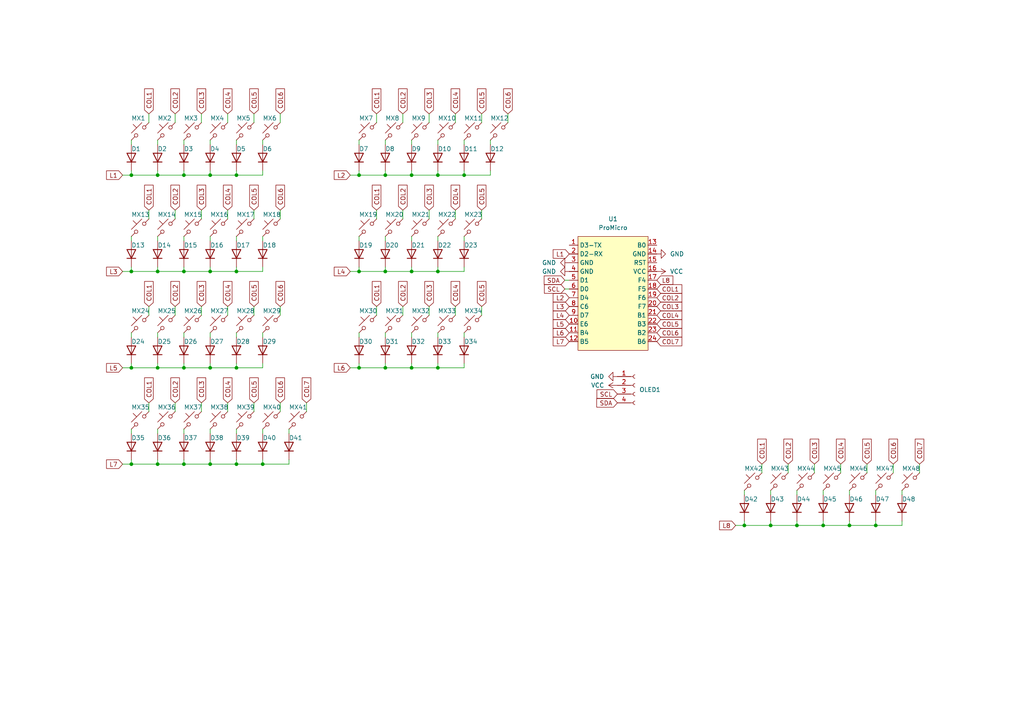
<source format=kicad_sch>
(kicad_sch (version 20230121) (generator eeschema)
  (paper "A4")
  (junction (at 60.96 106.68))
  (junction (at 60.96 50.8))
  (junction (at 53.34 78.74))
  (junction (at 238.76 152.4))
  (junction (at 76.2 134.62))
  (junction (at 119.38 106.68))
  (junction (at 45.72 78.74))
  (junction (at 45.72 106.68))
  (junction (at 68.58 50.8))
  (junction (at 127 50.8))
  (junction (at 45.72 134.62))
  (junction (at 60.96 78.74))
  (junction (at 223.52 152.4))
  (junction (at 38.1 106.68))
  (junction (at 111.76 78.74))
  (junction (at 60.96 134.62))
  (junction (at 134.62 50.8))
  (junction (at 127 106.68))
  (junction (at 111.76 106.68))
  (junction (at 119.38 78.74))
  (junction (at 254 152.4))
  (junction (at 53.34 50.8))
  (junction (at 45.72 50.8))
  (junction (at 38.1 78.74))
  (junction (at 246.38 152.4))
  (junction (at 53.34 134.62))
  (junction (at 231.14 152.4))
  (junction (at 215.9 152.4))
  (junction (at 104.14 106.68))
  (junction (at 104.14 78.74))
  (junction (at 127 78.74))
  (junction (at 68.58 134.62))
  (junction (at 53.34 106.68))
  (junction (at 119.38 50.8))
  (junction (at 38.1 134.62))
  (junction (at 111.76 50.8))
  (junction (at 68.58 78.74))
  (junction (at 104.14 50.8))
  (junction (at 68.58 106.68))
  (junction (at 38.1 50.8))
  (wire (pts (xy 58.42 116.84) (xy 58.42 119.38)))
  (wire (pts (xy 88.9 116.84) (xy 88.9 119.38)))
  (wire (pts (xy 251.46 134.62) (xy 251.46 137.16)))
  (wire (pts (xy 68.58 50.8) (xy 76.2 50.8)))
  (wire (pts (xy 81.28 116.84) (xy 81.28 119.38)))
  (wire (pts (xy 109.22 60.96) (xy 109.22 63.5)))
  (wire (pts (xy 215.9 142.24) (xy 215.9 143.51)))
  (wire (pts (xy 119.38 96.52) (xy 119.38 97.79)))
  (wire (pts (xy 259.08 134.62) (xy 259.08 137.16)))
  (wire (pts (xy 38.1 106.68) (xy 45.72 106.68)))
  (wire (pts (xy 238.76 142.24) (xy 238.76 143.51)))
  (wire (pts (xy 223.52 142.24) (xy 223.52 143.51)))
  (wire (pts (xy 104.14 96.52) (xy 104.14 97.79)))
  (wire (pts (xy 238.76 151.13) (xy 238.76 152.4)))
  (wire (pts (xy 53.34 133.35) (xy 53.34 134.62)))
  (wire (pts (xy 134.62 50.8) (xy 142.24 50.8)))
  (wire (pts (xy 76.2 77.47) (xy 76.2 78.74)))
  (wire (pts (xy 53.34 105.41) (xy 53.34 106.68)))
  (wire (pts (xy 111.76 50.8) (xy 119.38 50.8)))
  (wire (pts (xy 223.52 151.13) (xy 223.52 152.4)))
  (wire (pts (xy 68.58 106.68) (xy 76.2 106.68)))
  (wire (pts (xy 111.76 96.52) (xy 111.76 97.79)))
  (wire (pts (xy 119.38 106.68) (xy 127 106.68)))
  (wire (pts (xy 127 96.52) (xy 127 97.79)))
  (wire (pts (xy 127 106.68) (xy 134.62 106.68)))
  (wire (pts (xy 238.76 152.4) (xy 246.38 152.4)))
  (wire (pts (xy 66.04 88.9) (xy 66.04 91.44)))
  (wire (pts (xy 104.14 68.58) (xy 104.14 69.85)))
  (wire (pts (xy 53.34 49.53) (xy 53.34 50.8)))
  (wire (pts (xy 134.62 49.53) (xy 134.62 50.8)))
  (wire (pts (xy 127 78.74) (xy 134.62 78.74)))
  (wire (pts (xy 83.82 133.35) (xy 83.82 134.62)))
  (wire (pts (xy 53.34 77.47) (xy 53.34 78.74)))
  (wire (pts (xy 127 50.8) (xy 134.62 50.8)))
  (wire (pts (xy 50.8 33.02) (xy 50.8 35.56)))
  (wire (pts (xy 215.9 151.13) (xy 215.9 152.4)))
  (wire (pts (xy 60.96 105.41) (xy 60.96 106.68)))
  (wire (pts (xy 53.34 68.58) (xy 53.34 69.85)))
  (wire (pts (xy 60.96 77.47) (xy 60.96 78.74)))
  (wire (pts (xy 38.1 68.58) (xy 38.1 69.85)))
  (wire (pts (xy 68.58 134.62) (xy 76.2 134.62)))
  (wire (pts (xy 60.96 40.64) (xy 60.96 41.91)))
  (wire (pts (xy 53.34 124.46) (xy 53.34 125.73)))
  (wire (pts (xy 60.96 96.52) (xy 60.96 97.79)))
  (wire (pts (xy 50.8 60.96) (xy 50.8 63.5)))
  (wire (pts (xy 127 77.47) (xy 127 78.74)))
  (wire (pts (xy 254 142.24) (xy 254 143.51)))
  (wire (pts (xy 35.56 134.62) (xy 38.1 134.62)))
  (wire (pts (xy 43.18 33.02) (xy 43.18 35.56)))
  (wire (pts (xy 68.58 49.53) (xy 68.58 50.8)))
  (wire (pts (xy 119.38 77.47) (xy 119.38 78.74)))
  (wire (pts (xy 142.24 49.53) (xy 142.24 50.8)))
  (wire (pts (xy 246.38 152.4) (xy 254 152.4)))
  (wire (pts (xy 81.28 33.02) (xy 81.28 35.56)))
  (wire (pts (xy 76.2 68.58) (xy 76.2 69.85)))
  (wire (pts (xy 38.1 49.53) (xy 38.1 50.8)))
  (wire (pts (xy 38.1 124.46) (xy 38.1 125.73)))
  (wire (pts (xy 104.14 106.68) (xy 111.76 106.68)))
  (wire (pts (xy 45.72 50.8) (xy 53.34 50.8)))
  (wire (pts (xy 246.38 142.24) (xy 246.38 143.51)))
  (wire (pts (xy 53.34 40.64) (xy 53.34 41.91)))
  (wire (pts (xy 119.38 105.41) (xy 119.38 106.68)))
  (wire (pts (xy 53.34 106.68) (xy 60.96 106.68)))
  (wire (pts (xy 35.56 50.8) (xy 38.1 50.8)))
  (wire (pts (xy 254 152.4) (xy 261.62 152.4)))
  (wire (pts (xy 124.46 33.02) (xy 124.46 35.56)))
  (wire (pts (xy 38.1 96.52) (xy 38.1 97.79)))
  (wire (pts (xy 119.38 68.58) (xy 119.38 69.85)))
  (wire (pts (xy 60.96 124.46) (xy 60.96 125.73)))
  (wire (pts (xy 254 151.13) (xy 254 152.4)))
  (wire (pts (xy 111.76 78.74) (xy 119.38 78.74)))
  (wire (pts (xy 38.1 50.8) (xy 45.72 50.8)))
  (wire (pts (xy 119.38 40.64) (xy 119.38 41.91)))
  (wire (pts (xy 35.56 78.74) (xy 38.1 78.74)))
  (wire (pts (xy 139.7 60.96) (xy 139.7 63.5)))
  (wire (pts (xy 43.18 116.84) (xy 43.18 119.38)))
  (wire (pts (xy 66.04 116.84) (xy 66.04 119.38)))
  (wire (pts (xy 223.52 152.4) (xy 231.14 152.4)))
  (wire (pts (xy 101.6 78.74) (xy 104.14 78.74)))
  (wire (pts (xy 127 68.58) (xy 127 69.85)))
  (wire (pts (xy 104.14 49.53) (xy 104.14 50.8)))
  (wire (pts (xy 45.72 68.58) (xy 45.72 69.85)))
  (wire (pts (xy 43.18 88.9) (xy 43.18 91.44)))
  (wire (pts (xy 163.83 81.28) (xy 165.1 81.28)))
  (wire (pts (xy 127 105.41) (xy 127 106.68)))
  (wire (pts (xy 142.24 40.64) (xy 142.24 41.91)))
  (wire (pts (xy 111.76 105.41) (xy 111.76 106.68)))
  (wire (pts (xy 132.08 88.9) (xy 132.08 91.44)))
  (wire (pts (xy 58.42 88.9) (xy 58.42 91.44)))
  (wire (pts (xy 50.8 116.84) (xy 50.8 119.38)))
  (wire (pts (xy 45.72 40.64) (xy 45.72 41.91)))
  (wire (pts (xy 228.6 134.62) (xy 228.6 137.16)))
  (wire (pts (xy 104.14 40.64) (xy 104.14 41.91)))
  (wire (pts (xy 60.96 133.35) (xy 60.96 134.62)))
  (wire (pts (xy 38.1 40.64) (xy 38.1 41.91)))
  (wire (pts (xy 68.58 96.52) (xy 68.58 97.79)))
  (wire (pts (xy 68.58 68.58) (xy 68.58 69.85)))
  (wire (pts (xy 111.76 49.53) (xy 111.76 50.8)))
  (wire (pts (xy 124.46 88.9) (xy 124.46 91.44)))
  (wire (pts (xy 132.08 33.02) (xy 132.08 35.56)))
  (wire (pts (xy 127 49.53) (xy 127 50.8)))
  (wire (pts (xy 43.18 60.96) (xy 43.18 63.5)))
  (wire (pts (xy 119.38 50.8) (xy 127 50.8)))
  (wire (pts (xy 104.14 78.74) (xy 111.76 78.74)))
  (wire (pts (xy 236.22 134.62) (xy 236.22 137.16)))
  (wire (pts (xy 139.7 33.02) (xy 139.7 35.56)))
  (wire (pts (xy 50.8 88.9) (xy 50.8 91.44)))
  (wire (pts (xy 109.22 88.9) (xy 109.22 91.44)))
  (wire (pts (xy 243.84 134.62) (xy 243.84 137.16)))
  (wire (pts (xy 111.76 68.58) (xy 111.76 69.85)))
  (wire (pts (xy 134.62 105.41) (xy 134.62 106.68)))
  (wire (pts (xy 68.58 133.35) (xy 68.58 134.62)))
  (wire (pts (xy 73.66 60.96) (xy 73.66 63.5)))
  (wire (pts (xy 246.38 151.13) (xy 246.38 152.4)))
  (wire (pts (xy 66.04 33.02) (xy 66.04 35.56)))
  (wire (pts (xy 73.66 88.9) (xy 73.66 91.44)))
  (wire (pts (xy 134.62 68.58) (xy 134.62 69.85)))
  (wire (pts (xy 60.96 134.62) (xy 68.58 134.62)))
  (wire (pts (xy 231.14 142.24) (xy 231.14 143.51)))
  (wire (pts (xy 60.96 49.53) (xy 60.96 50.8)))
  (wire (pts (xy 58.42 33.02) (xy 58.42 35.56)))
  (wire (pts (xy 215.9 152.4) (xy 223.52 152.4)))
  (wire (pts (xy 134.62 40.64) (xy 134.62 41.91)))
  (wire (pts (xy 68.58 40.64) (xy 68.58 41.91)))
  (wire (pts (xy 261.62 151.13) (xy 261.62 152.4)))
  (wire (pts (xy 60.96 106.68) (xy 68.58 106.68)))
  (wire (pts (xy 111.76 106.68) (xy 119.38 106.68)))
  (wire (pts (xy 213.36 152.4) (xy 215.9 152.4)))
  (wire (pts (xy 127 40.64) (xy 127 41.91)))
  (wire (pts (xy 68.58 77.47) (xy 68.58 78.74)))
  (wire (pts (xy 45.72 49.53) (xy 45.72 50.8)))
  (wire (pts (xy 116.84 60.96) (xy 116.84 63.5)))
  (wire (pts (xy 68.58 105.41) (xy 68.58 106.68)))
  (wire (pts (xy 76.2 40.64) (xy 76.2 41.91)))
  (wire (pts (xy 53.34 96.52) (xy 53.34 97.79)))
  (wire (pts (xy 134.62 96.52) (xy 134.62 97.79)))
  (wire (pts (xy 60.96 50.8) (xy 68.58 50.8)))
  (wire (pts (xy 104.14 50.8) (xy 111.76 50.8)))
  (wire (pts (xy 76.2 133.35) (xy 76.2 134.62)))
  (wire (pts (xy 53.34 78.74) (xy 60.96 78.74)))
  (wire (pts (xy 83.82 124.46) (xy 83.82 125.73)))
  (wire (pts (xy 111.76 77.47) (xy 111.76 78.74)))
  (wire (pts (xy 76.2 124.46) (xy 76.2 125.73)))
  (wire (pts (xy 119.38 78.74) (xy 127 78.74)))
  (wire (pts (xy 266.7 134.62) (xy 266.7 137.16)))
  (wire (pts (xy 111.76 40.64) (xy 111.76 41.91)))
  (wire (pts (xy 45.72 96.52) (xy 45.72 97.79)))
  (wire (pts (xy 45.72 77.47) (xy 45.72 78.74)))
  (wire (pts (xy 45.72 124.46) (xy 45.72 125.73)))
  (wire (pts (xy 134.62 77.47) (xy 134.62 78.74)))
  (wire (pts (xy 38.1 78.74) (xy 45.72 78.74)))
  (wire (pts (xy 116.84 33.02) (xy 116.84 35.56)))
  (wire (pts (xy 124.46 60.96) (xy 124.46 63.5)))
  (wire (pts (xy 76.2 49.53) (xy 76.2 50.8)))
  (wire (pts (xy 139.7 88.9) (xy 139.7 91.44)))
  (wire (pts (xy 45.72 78.74) (xy 53.34 78.74)))
  (wire (pts (xy 104.14 105.41) (xy 104.14 106.68)))
  (wire (pts (xy 60.96 78.74) (xy 68.58 78.74)))
  (wire (pts (xy 116.84 88.9) (xy 116.84 91.44)))
  (wire (pts (xy 109.22 33.02) (xy 109.22 35.56)))
  (wire (pts (xy 147.32 33.02) (xy 147.32 35.56)))
  (wire (pts (xy 76.2 105.41) (xy 76.2 106.68)))
  (wire (pts (xy 38.1 133.35) (xy 38.1 134.62)))
  (wire (pts (xy 45.72 105.41) (xy 45.72 106.68)))
  (wire (pts (xy 45.72 133.35) (xy 45.72 134.62)))
  (wire (pts (xy 73.66 33.02) (xy 73.66 35.56)))
  (wire (pts (xy 261.62 142.24) (xy 261.62 143.51)))
  (wire (pts (xy 101.6 50.8) (xy 104.14 50.8)))
  (wire (pts (xy 119.38 49.53) (xy 119.38 50.8)))
  (wire (pts (xy 38.1 77.47) (xy 38.1 78.74)))
  (wire (pts (xy 60.96 68.58) (xy 60.96 69.85)))
  (wire (pts (xy 68.58 78.74) (xy 76.2 78.74)))
  (wire (pts (xy 45.72 134.62) (xy 53.34 134.62)))
  (wire (pts (xy 104.14 77.47) (xy 104.14 78.74)))
  (wire (pts (xy 58.42 60.96) (xy 58.42 63.5)))
  (wire (pts (xy 132.08 60.96) (xy 132.08 63.5)))
  (wire (pts (xy 220.98 134.62) (xy 220.98 137.16)))
  (wire (pts (xy 66.04 60.96) (xy 66.04 63.5)))
  (wire (pts (xy 101.6 106.68) (xy 104.14 106.68)))
  (wire (pts (xy 53.34 134.62) (xy 60.96 134.62)))
  (wire (pts (xy 231.14 151.13) (xy 231.14 152.4)))
  (wire (pts (xy 163.83 83.82) (xy 165.1 83.82)))
  (wire (pts (xy 38.1 134.62) (xy 45.72 134.62)))
  (wire (pts (xy 76.2 96.52) (xy 76.2 97.79)))
  (wire (pts (xy 81.28 60.96) (xy 81.28 63.5)))
  (wire (pts (xy 76.2 134.62) (xy 83.82 134.62)))
  (wire (pts (xy 45.72 106.68) (xy 53.34 106.68)))
  (wire (pts (xy 81.28 88.9) (xy 81.28 91.44)))
  (wire (pts (xy 38.1 105.41) (xy 38.1 106.68)))
  (wire (pts (xy 68.58 124.46) (xy 68.58 125.73)))
  (wire (pts (xy 53.34 50.8) (xy 60.96 50.8)))
  (wire (pts (xy 73.66 116.84) (xy 73.66 119.38)))
  (wire (pts (xy 35.56 106.68) (xy 38.1 106.68)))
  (wire (pts (xy 231.14 152.4) (xy 238.76 152.4)))
  (global_label "COL1" (shape input) (at 109.22 33.02 90) (property "Intersheetrefs" "${INTERSHEET_REFS}" (effects hide)))
  (global_label "COL2" (shape input) (at 116.84 88.9 90) (property "Intersheetrefs" "${INTERSHEET_REFS}" (effects hide)))
  (global_label "COL5" (shape input) (at 139.7 33.02 90) (property "Intersheetrefs" "${INTERSHEET_REFS}" (effects hide)))
  (global_label "L2" (shape input) (at 165.1 86.36 180) (property "Intersheetrefs" "${INTERSHEET_REFS}" (effects hide)))
  (global_label "COL1" (shape input) (at 43.18 33.02 90) (property "Intersheetrefs" "${INTERSHEET_REFS}" (effects hide)))
  (global_label "L5" (shape input) (at 35.56 106.68 180) (property "Intersheetrefs" "${INTERSHEET_REFS}" (effects hide)))
  (global_label "COL6" (shape input) (at 259.08 134.62 90) (property "Intersheetrefs" "${INTERSHEET_REFS}" (effects hide)))
  (global_label "L6" (shape input) (at 101.6 106.68 180) (property "Intersheetrefs" "${INTERSHEET_REFS}" (effects hide)))
  (global_label "COL6" (shape input) (at 81.28 60.96 90) (property "Intersheetrefs" "${INTERSHEET_REFS}" (effects hide)))
  (global_label "COL4" (shape input) (at 66.04 88.9 90) (property "Intersheetrefs" "${INTERSHEET_REFS}" (effects hide)))
  (global_label "COL1" (shape input) (at 190.5 83.82 0) (property "Intersheetrefs" "${INTERSHEET_REFS}" (effects hide)))
  (global_label "COL6" (shape input) (at 147.32 33.02 90) (property "Intersheetrefs" "${INTERSHEET_REFS}" (effects hide)))
  (global_label "COL4" (shape input) (at 132.08 60.96 90) (property "Intersheetrefs" "${INTERSHEET_REFS}" (effects hide)))
  (global_label "SDA" (shape input) (at 163.83 81.28 180) (property "Intersheetrefs" "${INTERSHEET_REFS}" (effects hide)))
  (global_label "L4" (shape input) (at 101.6 78.74 180) (property "Intersheetrefs" "${INTERSHEET_REFS}" (effects hide)))
  (global_label "COL1" (shape input) (at 109.22 60.96 90) (property "Intersheetrefs" "${INTERSHEET_REFS}" (effects hide)))
  (global_label "COL3" (shape input) (at 124.46 60.96 90) (property "Intersheetrefs" "${INTERSHEET_REFS}" (effects hide)))
  (global_label "COL3" (shape input) (at 124.46 33.02 90) (property "Intersheetrefs" "${INTERSHEET_REFS}" (effects hide)))
  (global_label "L8" (shape input) (at 213.36 152.4 180) (property "Intersheetrefs" "${INTERSHEET_REFS}" (effects hide)))
  (global_label "COL2" (shape input) (at 116.84 33.02 90) (property "Intersheetrefs" "${INTERSHEET_REFS}" (effects hide)))
  (global_label "COL4" (shape input) (at 66.04 116.84 90) (property "Intersheetrefs" "${INTERSHEET_REFS}" (effects hide)))
  (global_label "COL4" (shape input) (at 132.08 88.9 90) (property "Intersheetrefs" "${INTERSHEET_REFS}" (effects hide)))
  (global_label "COL1" (shape input) (at 109.22 88.9 90) (property "Intersheetrefs" "${INTERSHEET_REFS}" (effects hide)))
  (global_label "L4" (shape input) (at 165.1 91.44 180) (property "Intersheetrefs" "${INTERSHEET_REFS}" (effects hide)))
  (global_label "COL6" (shape input) (at 81.28 88.9 90) (property "Intersheetrefs" "${INTERSHEET_REFS}" (effects hide)))
  (global_label "COL4" (shape input) (at 66.04 60.96 90) (property "Intersheetrefs" "${INTERSHEET_REFS}" (effects hide)))
  (global_label "COL1" (shape input) (at 43.18 60.96 90) (property "Intersheetrefs" "${INTERSHEET_REFS}" (effects hide)))
  (global_label "COL2" (shape input) (at 228.6 134.62 90) (property "Intersheetrefs" "${INTERSHEET_REFS}" (effects hide)))
  (global_label "COL7" (shape input) (at 190.5 99.06 0) (property "Intersheetrefs" "${INTERSHEET_REFS}" (effects hide)))
  (global_label "COL4" (shape input) (at 132.08 33.02 90) (property "Intersheetrefs" "${INTERSHEET_REFS}" (effects hide)))
  (global_label "COL5" (shape input) (at 73.66 116.84 90) (property "Intersheetrefs" "${INTERSHEET_REFS}" (effects hide)))
  (global_label "COL6" (shape input) (at 81.28 116.84 90) (property "Intersheetrefs" "${INTERSHEET_REFS}" (effects hide)))
  (global_label "COL5" (shape input) (at 139.7 88.9 90) (property "Intersheetrefs" "${INTERSHEET_REFS}" (effects hide)))
  (global_label "COL3" (shape input) (at 58.42 88.9 90) (property "Intersheetrefs" "${INTERSHEET_REFS}" (effects hide)))
  (global_label "COL1" (shape input) (at 220.98 134.62 90) (property "Intersheetrefs" "${INTERSHEET_REFS}" (effects hide)))
  (global_label "SDA" (shape input) (at 179.07 116.84 180) (property "Intersheetrefs" "${INTERSHEET_REFS}" (effects hide)))
  (global_label "COL6" (shape input) (at 190.5 96.52 0) (property "Intersheetrefs" "${INTERSHEET_REFS}" (effects hide)))
  (global_label "COL7" (shape input) (at 266.7 134.62 90) (property "Intersheetrefs" "${INTERSHEET_REFS}" (effects hide)))
  (global_label "COL7" (shape input) (at 88.9 116.84 90) (property "Intersheetrefs" "${INTERSHEET_REFS}" (effects hide)))
  (global_label "COL5" (shape input) (at 139.7 60.96 90) (property "Intersheetrefs" "${INTERSHEET_REFS}" (effects hide)))
  (global_label "COL5" (shape input) (at 190.5 93.98 0) (property "Intersheetrefs" "${INTERSHEET_REFS}" (effects hide)))
  (global_label "L6" (shape input) (at 165.1 96.52 180) (property "Intersheetrefs" "${INTERSHEET_REFS}" (effects hide)))
  (global_label "L3" (shape input) (at 35.56 78.74 180) (property "Intersheetrefs" "${INTERSHEET_REFS}" (effects hide)))
  (global_label "COL3" (shape input) (at 58.42 33.02 90) (property "Intersheetrefs" "${INTERSHEET_REFS}" (effects hide)))
  (global_label "COL2" (shape input) (at 50.8 88.9 90) (property "Intersheetrefs" "${INTERSHEET_REFS}" (effects hide)))
  (global_label "COL5" (shape input) (at 251.46 134.62 90) (property "Intersheetrefs" "${INTERSHEET_REFS}" (effects hide)))
  (global_label "L5" (shape input) (at 165.1 93.98 180) (property "Intersheetrefs" "${INTERSHEET_REFS}" (effects hide)))
  (global_label "COL1" (shape input) (at 43.18 116.84 90) (property "Intersheetrefs" "${INTERSHEET_REFS}" (effects hide)))
  (global_label "L7" (shape input) (at 35.56 134.62 180) (property "Intersheetrefs" "${INTERSHEET_REFS}" (effects hide)))
  (global_label "COL2" (shape input) (at 190.5 86.36 0) (property "Intersheetrefs" "${INTERSHEET_REFS}" (effects hide)))
  (global_label "COL2" (shape input) (at 50.8 116.84 90) (property "Intersheetrefs" "${INTERSHEET_REFS}" (effects hide)))
  (global_label "COL4" (shape input) (at 66.04 33.02 90) (property "Intersheetrefs" "${INTERSHEET_REFS}" (effects hide)))
  (global_label "L3" (shape input) (at 165.1 88.9 180) (property "Intersheetrefs" "${INTERSHEET_REFS}" (effects hide)))
  (global_label "COL3" (shape input) (at 58.42 60.96 90) (property "Intersheetrefs" "${INTERSHEET_REFS}" (effects hide)))
  (global_label "COL3" (shape input) (at 58.42 116.84 90) (property "Intersheetrefs" "${INTERSHEET_REFS}" (effects hide)))
  (global_label "L2" (shape input) (at 101.6 50.8 180) (property "Intersheetrefs" "${INTERSHEET_REFS}" (effects hide)))
  (global_label "COL5" (shape input) (at 73.66 60.96 90) (property "Intersheetrefs" "${INTERSHEET_REFS}" (effects hide)))
  (global_label "COL2" (shape input) (at 116.84 60.96 90) (property "Intersheetrefs" "${INTERSHEET_REFS}" (effects hide)))
  (global_label "SCL" (shape input) (at 179.07 114.3 180) (property "Intersheetrefs" "${INTERSHEET_REFS}" (effects hide)))
  (global_label "COL3" (shape input) (at 190.5 88.9 0) (property "Intersheetrefs" "${INTERSHEET_REFS}" (effects hide)))
  (global_label "L7" (shape input) (at 165.1 99.06 180) (property "Intersheetrefs" "${INTERSHEET_REFS}" (effects hide)))
  (global_label "COL3" (shape input) (at 236.22 134.62 90) (property "Intersheetrefs" "${INTERSHEET_REFS}" (effects hide)))
  (global_label "COL5" (shape input) (at 73.66 88.9 90) (property "Intersheetrefs" "${INTERSHEET_REFS}" (effects hide)))
  (global_label "COL2" (shape input) (at 50.8 60.96 90) (property "Intersheetrefs" "${INTERSHEET_REFS}" (effects hide)))
  (global_label "SCL" (shape input) (at 163.83 83.82 180) (property "Intersheetrefs" "${INTERSHEET_REFS}" (effects hide)))
  (global_label "L1" (shape input) (at 35.56 50.8 180) (property "Intersheetrefs" "${INTERSHEET_REFS}" (effects hide)))
  (global_label "COL1" (shape input) (at 43.18 88.9 90) (property "Intersheetrefs" "${INTERSHEET_REFS}" (effects hide)))
  (global_label "L8" (shape input) (at 190.5 81.28 0) (property "Intersheetrefs" "${INTERSHEET_REFS}" (effects hide)))
  (global_label "COL2" (shape input) (at 50.8 33.02 90) (property "Intersheetrefs" "${INTERSHEET_REFS}" (effects hide)))
  (global_label "L1" (shape input) (at 165.1 73.66 180) (property "Intersheetrefs" "${INTERSHEET_REFS}" (effects hide)))
  (global_label "COL6" (shape input) (at 81.28 33.02 90) (property "Intersheetrefs" "${INTERSHEET_REFS}" (effects hide)))
  (global_label "COL4" (shape input) (at 243.84 134.62 90) (property "Intersheetrefs" "${INTERSHEET_REFS}" (effects hide)))
  (global_label "COL3" (shape input) (at 124.46 88.9 90) (property "Intersheetrefs" "${INTERSHEET_REFS}" (effects hide)))
  (global_label "COL5" (shape input) (at 73.66 33.02 90) (property "Intersheetrefs" "${INTERSHEET_REFS}" (effects hide)))
  (global_label "COL4" (shape input) (at 190.5 91.44 0) (property "Intersheetrefs" "${INTERSHEET_REFS}" (effects hide)))
  (symbol (lib_id "PCM_marbastlib-mx:MX_SW_solder") (at 114.3 66.04 90) (unit 1)
    (property "Reference" "MX20" (at 111.76 62.23 90) (effects (justify right)))
    (property "Value" "MX_SW_solder" (effects hide))
    (property "Footprint" "_mx:MX-Alps-Hybrid-1U" (effects hide))
  )
  (symbol (lib_id "Diode:1N4148") (at 83.82 129.54 90) (unit 1)
    (property "Reference" "D41" (at 83.82 127 90) (effects (justify right)))
    (property "Value" "1N4148" (effects hide))
    (property "Footprint" "Diode_THT:D_DO-35_SOD27_P7.62mm_Horizontal" (effects hide))
    (property "Datasheet" "https://assets.nexperia.com/documents/data-sheet/1N4148_1N4448.pdf" (effects hide))
    (property "Sim.Device" "D" (effects hide))
    (property "Sim.Pins" "1=K 2=A" (effects hide))
  )
  (symbol (lib_id "PCM_marbastlib-mx:MX_SW_solder") (at 137.16 93.98 90) (unit 1)
    (property "Reference" "MX34" (at 134.62 90.17 90) (effects (justify right)))
    (property "Value" "MX_SW_solder" (effects hide))
    (property "Footprint" "_mx:MX-Alps-Hybrid-1.25U" (effects hide))
  )
  (symbol (lib_id "Diode:1N4148") (at 76.2 101.6 90) (unit 1)
    (property "Reference" "D29" (at 76.2 99.06 90) (effects (justify right)))
    (property "Value" "1N4148" (effects hide))
    (property "Footprint" "Diode_THT:D_DO-35_SOD27_P7.62mm_Horizontal" (effects hide))
    (property "Datasheet" "https://assets.nexperia.com/documents/data-sheet/1N4148_1N4448.pdf" (effects hide))
    (property "Sim.Device" "D" (effects hide))
    (property "Sim.Pins" "1=K 2=A" (effects hide))
  )
  (symbol (lib_id "Diode:1N4148") (at 127 73.66 90) (unit 1)
    (property "Reference" "D22" (at 127 71.12 90) (effects (justify right)))
    (property "Value" "1N4148" (effects hide))
    (property "Footprint" "Diode_THT:D_DO-35_SOD27_P7.62mm_Horizontal" (effects hide))
    (property "Datasheet" "https://assets.nexperia.com/documents/data-sheet/1N4148_1N4448.pdf" (effects hide))
    (property "Sim.Device" "D" (effects hide))
    (property "Sim.Pins" "1=K 2=A" (effects hide))
  )
  (symbol (lib_id "Diode:1N4148") (at 231.14 147.32 90) (unit 1)
    (property "Reference" "D44" (at 231.14 144.78 90) (effects (justify right)))
    (property "Value" "1N4148" (effects hide))
    (property "Footprint" "Diode_THT:D_DO-35_SOD27_P7.62mm_Horizontal" (effects hide))
    (property "Datasheet" "https://assets.nexperia.com/documents/data-sheet/1N4148_1N4448.pdf" (effects hide))
    (property "Sim.Device" "D" (effects hide))
    (property "Sim.Pins" "1=K 2=A" (effects hide))
  )
  (symbol (lib_id "PCM_marbastlib-mx:MX_SW_solder") (at 241.3 139.7 90) (unit 1)
    (property "Reference" "MX45" (at 238.76 135.89 90) (effects (justify right)))
    (property "Value" "MX_SW_solder" (effects hide))
    (property "Footprint" "_mx:MX-Alps-Hybrid-1U" (effects hide))
  )
  (symbol (lib_id "PCM_marbastlib-mx:MX_SW_solder") (at 63.5 121.92 90) (unit 1)
    (property "Reference" "MX38" (at 60.96 118.11 90) (effects (justify right)))
    (property "Value" "MX_SW_solder" (effects hide))
    (property "Footprint" "_mx:MX-Alps-Hybrid-2.75U" (effects hide))
  )
  (symbol (lib_id "Diode:1N4148") (at 38.1 129.54 90) (unit 1)
    (property "Reference" "D35" (at 38.1 127 90) (effects (justify right)))
    (property "Value" "1N4148" (effects hide))
    (property "Footprint" "Diode_THT:D_DO-35_SOD27_P7.62mm_Horizontal" (effects hide))
    (property "Datasheet" "https://assets.nexperia.com/documents/data-sheet/1N4148_1N4448.pdf" (effects hide))
    (property "Sim.Device" "D" (effects hide))
    (property "Sim.Pins" "1=K 2=A" (effects hide))
  )
  (symbol (lib_id "PCM_marbastlib-mx:MX_SW_solder") (at 48.26 66.04 90) (unit 1)
    (property "Reference" "MX14" (at 45.72 62.23 90) (effects (justify right)))
    (property "Value" "MX_SW_solder" (effects hide))
    (property "Footprint" "_mx:MX-Alps-Hybrid-1U" (effects hide))
  )
  (symbol (lib_id "PCM_marbastlib-mx:MX_SW_solder") (at 114.3 93.98 90) (unit 1)
    (property "Reference" "MX31" (at 111.76 90.17 90) (effects (justify right)))
    (property "Value" "MX_SW_solder" (effects hide))
    (property "Footprint" "_mx:MX-Alps-Hybrid-1U" (effects hide))
  )
  (symbol (lib_id "Diode:1N4148") (at 53.34 45.72 90) (unit 1)
    (property "Reference" "D3" (at 53.34 43.18 90) (effects (justify right)))
    (property "Value" "1N4148" (effects hide))
    (property "Footprint" "Diode_THT:D_DO-35_SOD27_P7.62mm_Horizontal" (effects hide))
    (property "Datasheet" "https://assets.nexperia.com/documents/data-sheet/1N4148_1N4448.pdf" (effects hide))
    (property "Sim.Device" "D" (effects hide))
    (property "Sim.Pins" "1=K 2=A" (effects hide))
  )
  (symbol (lib_id "PCM_marbastlib-mx:MX_SW_solder") (at 78.74 121.92 90) (unit 1)
    (property "Reference" "MX40" (at 76.2 118.11 90) (effects (justify right)))
    (property "Value" "MX_SW_solder" (effects hide))
    (property "Footprint" "_mx:MX-Alps-Hybrid-1.25U" (effects hide))
  )
  (symbol (lib_id "Diode:1N4148") (at 104.14 45.72 90) (unit 1)
    (property "Reference" "D7" (at 104.14 43.18 90) (effects (justify right)))
    (property "Value" "1N4148" (effects hide))
    (property "Footprint" "Diode_THT:D_DO-35_SOD27_P7.62mm_Horizontal" (effects hide))
    (property "Datasheet" "https://assets.nexperia.com/documents/data-sheet/1N4148_1N4448.pdf" (effects hide))
    (property "Sim.Device" "D" (effects hide))
    (property "Sim.Pins" "1=K 2=A" (effects hide))
  )
  (symbol (lib_id "Diode:1N4148") (at 76.2 129.54 90) (unit 1)
    (property "Reference" "D40" (at 76.2 127 90) (effects (justify right)))
    (property "Value" "1N4148" (effects hide))
    (property "Footprint" "Diode_THT:D_DO-35_SOD27_P7.62mm_Horizontal" (effects hide))
    (property "Datasheet" "https://assets.nexperia.com/documents/data-sheet/1N4148_1N4448.pdf" (effects hide))
    (property "Sim.Device" "D" (effects hide))
    (property "Sim.Pins" "1=K 2=A" (effects hide))
  )
  (symbol (lib_id "PCM_marbastlib-mx:MX_SW_solder") (at 78.74 66.04 90) (unit 1)
    (property "Reference" "MX18" (at 76.2 62.23 90) (effects (justify right)))
    (property "Value" "MX_SW_solder" (effects hide))
    (property "Footprint" "_mx:MX-Alps-Hybrid-1U" (effects hide))
  )
  (symbol (lib_id "Diode:1N4148") (at 45.72 73.66 90) (unit 1)
    (property "Reference" "D14" (at 45.72 71.12 90) (effects (justify right)))
    (property "Value" "1N4148" (effects hide))
    (property "Footprint" "Diode_THT:D_DO-35_SOD27_P7.62mm_Horizontal" (effects hide))
    (property "Datasheet" "https://assets.nexperia.com/documents/data-sheet/1N4148_1N4448.pdf" (effects hide))
    (property "Sim.Device" "D" (effects hide))
    (property "Sim.Pins" "1=K 2=A" (effects hide))
  )
  (symbol (lib_id "PCM_marbastlib-mx:MX_SW_solder") (at 63.5 66.04 90) (unit 1)
    (property "Reference" "MX16" (at 60.96 62.23 90) (effects (justify right)))
    (property "Value" "MX_SW_solder" (effects hide))
    (property "Footprint" "_mx:MX-Alps-Hybrid-1U" (effects hide))
  )
  (symbol (lib_id "PCM_marbastlib-mx:MX_SW_solder") (at 129.54 66.04 90) (unit 1)
    (property "Reference" "MX22" (at 127 62.23 90) (effects (justify right)))
    (property "Value" "MX_SW_solder" (effects hide))
    (property "Footprint" "_mx:MX-Alps-Hybrid-1U" (effects hide))
  )
  (symbol (lib_id "PCM_marbastlib-mx:MX_SW_solder") (at 129.54 93.98 90) (unit 1)
    (property "Reference" "MX33" (at 127 90.17 90) (effects (justify right)))
    (property "Value" "MX_SW_solder" (effects hide))
    (property "Footprint" "_mx:MX-Alps-Hybrid-1U" (effects hide))
  )
  (symbol (lib_id "power:VCC") (at 190.5 78.74 270) (unit 1)
    (property "Reference" "#PWR04" (effects hide))
    (property "Value" "VCC" (at 194.31 78.74 90) (effects (justify left)))
  )
  (symbol (lib_id "PCM_marbastlib-mx:MX_SW_solder") (at 114.3 38.1 90) (unit 1)
    (property "Reference" "MX8" (at 111.76 34.29 90) (effects (justify right)))
    (property "Value" "MX_SW_solder" (effects hide))
    (property "Footprint" "_mx:MX-Alps-Hybrid-1U" (effects hide))
  )
  (symbol (lib_id "Diode:1N4148") (at 119.38 45.72 90) (unit 1)
    (property "Reference" "D9" (at 119.38 43.18 90) (effects (justify right)))
    (property "Value" "1N4148" (effects hide))
    (property "Footprint" "Diode_THT:D_DO-35_SOD27_P7.62mm_Horizontal" (effects hide))
    (property "Datasheet" "https://assets.nexperia.com/documents/data-sheet/1N4148_1N4448.pdf" (effects hide))
    (property "Sim.Device" "D" (effects hide))
    (property "Sim.Pins" "1=K 2=A" (effects hide))
  )
  (symbol (lib_id "PCM_marbastlib-mx:MX_SW_solder") (at 137.16 66.04 90) (unit 1)
    (property "Reference" "MX23" (at 134.62 62.23 90) (effects (justify right)))
    (property "Value" "MX_SW_solder" (effects hide))
    (property "Footprint" "_mx:MX-Alps-Hybrid-1.75U" (effects hide))
  )
  (symbol (lib_id "Diode:1N4148") (at 53.34 129.54 90) (unit 1)
    (property "Reference" "D37" (at 53.34 127 90) (effects (justify right)))
    (property "Value" "1N4148" (effects hide))
    (property "Footprint" "Diode_THT:D_DO-35_SOD27_P7.62mm_Horizontal" (effects hide))
    (property "Datasheet" "https://assets.nexperia.com/documents/data-sheet/1N4148_1N4448.pdf" (effects hide))
    (property "Sim.Device" "D" (effects hide))
    (property "Sim.Pins" "1=K 2=A" (effects hide))
  )
  (symbol (lib_id "Diode:1N4148") (at 104.14 101.6 90) (unit 1)
    (property "Reference" "D30" (at 104.14 99.06 90) (effects (justify right)))
    (property "Value" "1N4148" (effects hide))
    (property "Footprint" "Diode_THT:D_DO-35_SOD27_P7.62mm_Horizontal" (effects hide))
    (property "Datasheet" "https://assets.nexperia.com/documents/data-sheet/1N4148_1N4448.pdf" (effects hide))
    (property "Sim.Device" "D" (effects hide))
    (property "Sim.Pins" "1=K 2=A" (effects hide))
  )
  (symbol (lib_id "Diode:1N4148") (at 246.38 147.32 90) (unit 1)
    (property "Reference" "D46" (at 246.38 144.78 90) (effects (justify right)))
    (property "Value" "1N4148" (effects hide))
    (property "Footprint" "Diode_THT:D_DO-35_SOD27_P7.62mm_Horizontal" (effects hide))
    (property "Datasheet" "https://assets.nexperia.com/documents/data-sheet/1N4148_1N4448.pdf" (effects hide))
    (property "Sim.Device" "D" (effects hide))
    (property "Sim.Pins" "1=K 2=A" (effects hide))
  )
  (symbol (lib_id "PCM_marbastlib-mx:MX_SW_solder") (at 48.26 93.98 90) (unit 1)
    (property "Reference" "MX25" (at 45.72 90.17 90) (effects (justify right)))
    (property "Value" "MX_SW_solder" (effects hide))
    (property "Footprint" "_mx:MX-Alps-Hybrid-1U" (effects hide))
  )
  (symbol (lib_id "PCM_marbastlib-mx:MX_SW_solder") (at 71.12 121.92 90) (unit 1)
    (property "Reference" "MX39" (at 68.58 118.11 90) (effects (justify right)))
    (property "Value" "MX_SW_solder" (effects hide))
    (property "Footprint" "_mx:MX-Alps-Hybrid-2.25U" (effects hide))
  )
  (symbol (lib_id "PCM_marbastlib-mx:MX_SW_solder") (at 264.16 139.7 90) (unit 1)
    (property "Reference" "MX48" (at 261.62 135.89 90) (effects (justify right)))
    (property "Value" "MX_SW_solder" (effects hide))
    (property "Footprint" "_mx:MX-Alps-Hybrid-1U" (effects hide))
  )
  (symbol (lib_id "Connector:Conn_01x04_Socket") (at 184.15 111.76 0) (unit 1)
    (property "Reference" "OLED1" (at 185.42 113.03 0) (effects (justify left)))
    (property "Value" "Conn_01x04_Socket" (effects hide))
    (property "Footprint" "_OLED:SSD1306-0.91-OLED-4pin-128x32" (effects hide))
  )
  (symbol (lib_id "PCM_marbastlib-mx:MX_SW_solder") (at 55.88 38.1 90) (unit 1)
    (property "Reference" "MX3" (at 53.34 34.29 90) (effects (justify right)))
    (property "Value" "MX_SW_solder" (effects hide))
    (property "Footprint" "_mx:MX-Alps-Hybrid-1U" (effects hide))
  )
  (symbol (lib_id "PCM_marbastlib-mx:MX_SW_solder") (at 218.44 139.7 90) (unit 1)
    (property "Reference" "MX42" (at 215.9 135.89 90) (effects (justify right)))
    (property "Value" "MX_SW_solder" (effects hide))
    (property "Footprint" "_mx:MX-Alps-Hybrid-1U" (effects hide))
  )
  (symbol (lib_id "Diode:1N4148") (at 254 147.32 90) (unit 1)
    (property "Reference" "D47" (at 254 144.78 90) (effects (justify right)))
    (property "Value" "1N4148" (effects hide))
    (property "Footprint" "Diode_THT:D_DO-35_SOD27_P7.62mm_Horizontal" (effects hide))
    (property "Datasheet" "https://assets.nexperia.com/documents/data-sheet/1N4148_1N4448.pdf" (effects hide))
    (property "Sim.Device" "D" (effects hide))
    (property "Sim.Pins" "1=K 2=A" (effects hide))
  )
  (symbol (lib_id "Diode:1N4148") (at 238.76 147.32 90) (unit 1)
    (property "Reference" "D45" (at 238.76 144.78 90) (effects (justify right)))
    (property "Value" "1N4148" (effects hide))
    (property "Footprint" "Diode_THT:D_DO-35_SOD27_P7.62mm_Horizontal" (effects hide))
    (property "Datasheet" "https://assets.nexperia.com/documents/data-sheet/1N4148_1N4448.pdf" (effects hide))
    (property "Sim.Device" "D" (effects hide))
    (property "Sim.Pins" "1=K 2=A" (effects hide))
  )
  (symbol (lib_id "PCM_marbastlib-mx:MX_SW_solder") (at 40.64 121.92 90) (unit 1)
    (property "Reference" "MX35" (at 38.1 118.11 90) (effects (justify right)))
    (property "Value" "MX_SW_solder" (effects hide))
    (property "Footprint" "_mx:MX-Alps-Hybrid-1.25U" (effects hide))
  )
  (symbol (lib_id "Diode:1N4148") (at 38.1 45.72 90) (unit 1)
    (property "Reference" "D1" (at 38.1 43.18 90) (effects (justify right)))
    (property "Value" "1N4148" (effects hide))
    (property "Footprint" "Diode_THT:D_DO-35_SOD27_P7.62mm_Horizontal" (effects hide))
    (property "Datasheet" "https://assets.nexperia.com/documents/data-sheet/1N4148_1N4448.pdf" (effects hide))
    (property "Sim.Device" "D" (effects hide))
    (property "Sim.Pins" "1=K 2=A" (effects hide))
  )
  (symbol (lib_id "Diode:1N4148") (at 68.58 73.66 90) (unit 1)
    (property "Reference" "D17" (at 68.58 71.12 90) (effects (justify right)))
    (property "Value" "1N4148" (effects hide))
    (property "Footprint" "Diode_THT:D_DO-35_SOD27_P7.62mm_Horizontal" (effects hide))
    (property "Datasheet" "https://assets.nexperia.com/documents/data-sheet/1N4148_1N4448.pdf" (effects hide))
    (property "Sim.Device" "D" (effects hide))
    (property "Sim.Pins" "1=K 2=A" (effects hide))
  )
  (symbol (lib_id "PCM_marbastlib-mx:MX_SW_solder") (at 106.68 38.1 90) (unit 1)
    (property "Reference" "MX7" (at 104.14 34.29 90) (effects (justify right)))
    (property "Value" "MX_SW_solder" (effects hide))
    (property "Footprint" "_mx:MX-Alps-Hybrid-1U" (effects hide))
  )
  (symbol (lib_id "Diode:1N4148") (at 119.38 73.66 90) (unit 1)
    (property "Reference" "D21" (at 119.38 71.12 90) (effects (justify right)))
    (property "Value" "1N4148" (effects hide))
    (property "Footprint" "Diode_THT:D_DO-35_SOD27_P7.62mm_Horizontal" (effects hide))
    (property "Datasheet" "https://assets.nexperia.com/documents/data-sheet/1N4148_1N4448.pdf" (effects hide))
    (property "Sim.Device" "D" (effects hide))
    (property "Sim.Pins" "1=K 2=A" (effects hide))
  )
  (symbol (lib_id "Diode:1N4148") (at 111.76 101.6 90) (unit 1)
    (property "Reference" "D31" (at 111.76 99.06 90) (effects (justify right)))
    (property "Value" "1N4148" (effects hide))
    (property "Footprint" "Diode_THT:D_DO-35_SOD27_P7.62mm_Horizontal" (effects hide))
    (property "Datasheet" "https://assets.nexperia.com/documents/data-sheet/1N4148_1N4448.pdf" (effects hide))
    (property "Sim.Device" "D" (effects hide))
    (property "Sim.Pins" "1=K 2=A" (effects hide))
  )
  (symbol (lib_id "power:GND") (at 165.1 76.2 270) (unit 1)
    (property "Reference" "#PWR02" (effects hide))
    (property "Value" "GND" (at 161.29 76.2 90) (effects (justify right)))
  )
  (symbol (lib_id "PCM_marbastlib-mx:MX_SW_solder") (at 86.36 121.92 90) (unit 1)
    (property "Reference" "MX41" (at 83.82 118.11 90) (effects (justify right)))
    (property "Value" "MX_SW_solder" (effects hide))
    (property "Footprint" "_mx:MX-Alps-Hybrid-1.25U" (effects hide))
  )
  (symbol (lib_id "PCM_marbastlib-mx:MX_SW_solder") (at 63.5 38.1 90) (unit 1)
    (property "Reference" "MX4" (at 60.96 34.29 90) (effects (justify right)))
    (property "Value" "MX_SW_solder" (effects hide))
    (property "Footprint" "_mx:MX-Alps-Hybrid-1U" (effects hide))
  )
  (symbol (lib_id "power:VCC") (at 179.07 111.76 90) (unit 1)
    (property "Reference" "#PWR06" (effects hide))
    (property "Value" "VCC" (at 175.26 111.76 90) (effects (justify left)))
  )
  (symbol (lib_id "PCM_marbastlib-mx:MX_SW_solder") (at 48.26 38.1 90) (unit 1)
    (property "Reference" "MX2" (at 45.72 34.29 90) (effects (justify right)))
    (property "Value" "MX_SW_solder" (effects hide))
    (property "Footprint" "_mx:MX-Alps-Hybrid-1U" (effects hide))
  )
  (symbol (lib_id "Diode:1N4148") (at 60.96 129.54 90) (unit 1)
    (property "Reference" "D38" (at 60.96 127 90) (effects (justify right)))
    (property "Value" "1N4148" (effects hide))
    (property "Footprint" "Diode_THT:D_DO-35_SOD27_P7.62mm_Horizontal" (effects hide))
    (property "Datasheet" "https://assets.nexperia.com/documents/data-sheet/1N4148_1N4448.pdf" (effects hide))
    (property "Sim.Device" "D" (effects hide))
    (property "Sim.Pins" "1=K 2=A" (effects hide))
  )
  (symbol (lib_id "Diode:1N4148") (at 60.96 45.72 90) (unit 1)
    (property "Reference" "D4" (at 60.96 43.18 90) (effects (justify right)))
    (property "Value" "1N4148" (effects hide))
    (property "Footprint" "Diode_THT:D_DO-35_SOD27_P7.62mm_Horizontal" (effects hide))
    (property "Datasheet" "https://assets.nexperia.com/documents/data-sheet/1N4148_1N4448.pdf" (effects hide))
    (property "Sim.Device" "D" (effects hide))
    (property "Sim.Pins" "1=K 2=A" (effects hide))
  )
  (symbol (lib_id "PCM_marbastlib-promicroish:Arduino_ProMicro") (at 177.8 85.09 0) (unit 1) (in_bom no)
    (property "Reference" "U1" (at 177.8 63.5 0))
    (property "Value" "ProMicro" (at 177.8 66.04 0))
    (property "Footprint" "PCM_marbastlib-xp-promicroish:ProMicro_USBup" (effects hide))
  )
  (symbol (lib_id "power:GND") (at 165.1 78.74 270) (unit 1)
    (property "Reference" "#PWR03" (effects hide))
    (property "Value" "GND" (at 161.29 78.74 90) (effects (justify right)))
  )
  (symbol (lib_id "Diode:1N4148") (at 45.72 45.72 90) (unit 1)
    (property "Reference" "D2" (at 45.72 43.18 90) (effects (justify right)))
    (property "Value" "1N4148" (effects hide))
    (property "Footprint" "Diode_THT:D_DO-35_SOD27_P7.62mm_Horizontal" (effects hide))
    (property "Datasheet" "https://assets.nexperia.com/documents/data-sheet/1N4148_1N4448.pdf" (effects hide))
    (property "Sim.Device" "D" (effects hide))
    (property "Sim.Pins" "1=K 2=A" (effects hide))
  )
  (symbol (lib_id "PCM_marbastlib-mx:MX_SW_solder") (at 55.88 93.98 90) (unit 1)
    (property "Reference" "MX26" (at 53.34 90.17 90) (effects (justify right)))
    (property "Value" "MX_SW_solder" (effects hide))
    (property "Footprint" "_mx:MX-Alps-Hybrid-1U" (effects hide))
  )
  (symbol (lib_id "Diode:1N4148") (at 68.58 45.72 90) (unit 1)
    (property "Reference" "D5" (at 68.58 43.18 90) (effects (justify right)))
    (property "Value" "1N4148" (effects hide))
    (property "Footprint" "Diode_THT:D_DO-35_SOD27_P7.62mm_Horizontal" (effects hide))
    (property "Datasheet" "https://assets.nexperia.com/documents/data-sheet/1N4148_1N4448.pdf" (effects hide))
    (property "Sim.Device" "D" (effects hide))
    (property "Sim.Pins" "1=K 2=A" (effects hide))
  )
  (symbol (lib_id "PCM_marbastlib-mx:MX_SW_solder") (at 63.5 93.98 90) (unit 1)
    (property "Reference" "MX27" (at 60.96 90.17 90) (effects (justify right)))
    (property "Value" "MX_SW_solder" (effects hide))
    (property "Footprint" "_mx:MX-Alps-Hybrid-1U" (effects hide))
  )
  (symbol (lib_id "Diode:1N4148") (at 111.76 73.66 90) (unit 1)
    (property "Reference" "D20" (at 111.76 71.12 90) (effects (justify right)))
    (property "Value" "1N4148" (effects hide))
    (property "Footprint" "Diode_THT:D_DO-35_SOD27_P7.62mm_Horizontal" (effects hide))
    (property "Datasheet" "https://assets.nexperia.com/documents/data-sheet/1N4148_1N4448.pdf" (effects hide))
    (property "Sim.Device" "D" (effects hide))
    (property "Sim.Pins" "1=K 2=A" (effects hide))
  )
  (symbol (lib_id "PCM_marbastlib-mx:MX_SW_solder") (at 233.68 139.7 90) (unit 1)
    (property "Reference" "MX44" (at 231.14 135.89 90) (effects (justify right)))
    (property "Value" "MX_SW_solder" (effects hide))
    (property "Footprint" "_mx:MX-Alps-Hybrid-1U" (effects hide))
  )
  (symbol (lib_id "Diode:1N4148") (at 111.76 45.72 90) (unit 1)
    (property "Reference" "D8" (at 111.76 43.18 90) (effects (justify right)))
    (property "Value" "1N4148" (effects hide))
    (property "Footprint" "Diode_THT:D_DO-35_SOD27_P7.62mm_Horizontal" (effects hide))
    (property "Datasheet" "https://assets.nexperia.com/documents/data-sheet/1N4148_1N4448.pdf" (effects hide))
    (property "Sim.Device" "D" (effects hide))
    (property "Sim.Pins" "1=K 2=A" (effects hide))
  )
  (symbol (lib_id "Diode:1N4148") (at 127 45.72 90) (unit 1)
    (property "Reference" "D10" (at 127 43.18 90) (effects (justify right)))
    (property "Value" "1N4148" (effects hide))
    (property "Footprint" "Diode_THT:D_DO-35_SOD27_P7.62mm_Horizontal" (effects hide))
    (property "Datasheet" "https://assets.nexperia.com/documents/data-sheet/1N4148_1N4448.pdf" (effects hide))
    (property "Sim.Device" "D" (effects hide))
    (property "Sim.Pins" "1=K 2=A" (effects hide))
  )
  (symbol (lib_id "PCM_marbastlib-mx:MX_SW_solder") (at 106.68 66.04 90) (unit 1)
    (property "Reference" "MX19" (at 104.14 62.23 90) (effects (justify right)))
    (property "Value" "MX_SW_solder" (effects hide))
    (property "Footprint" "_mx:MX-Alps-Hybrid-1U" (effects hide))
  )
  (symbol (lib_id "PCM_marbastlib-mx:MX_SW_solder") (at 40.64 93.98 90) (unit 1)
    (property "Reference" "MX24" (at 38.1 90.17 90) (effects (justify right)))
    (property "Value" "MX_SW_solder" (effects hide))
    (property "Footprint" "_mx:MX-Alps-Hybrid-1.75U" (effects hide))
  )
  (symbol (lib_id "PCM_marbastlib-mx:MX_SW_solder") (at 40.64 66.04 90) (unit 1)
    (property "Reference" "MX13" (at 38.1 62.23 90) (effects (justify right)))
    (property "Value" "MX_SW_solder" (effects hide))
    (property "Footprint" "_mx:MX-Alps-Hybrid-1.25U" (effects hide))
  )
  (symbol (lib_id "Diode:1N4148") (at 38.1 73.66 90) (unit 1)
    (property "Reference" "D13" (at 38.1 71.12 90) (effects (justify right)))
    (property "Value" "1N4148" (effects hide))
    (property "Footprint" "Diode_THT:D_DO-35_SOD27_P7.62mm_Horizontal" (effects hide))
    (property "Datasheet" "https://assets.nexperia.com/documents/data-sheet/1N4148_1N4448.pdf" (effects hide))
    (property "Sim.Device" "D" (effects hide))
    (property "Sim.Pins" "1=K 2=A" (effects hide))
  )
  (symbol (lib_id "PCM_marbastlib-mx:MX_SW_solder") (at 106.68 93.98 90) (unit 1)
    (property "Reference" "MX30" (at 104.14 90.17 90) (effects (justify right)))
    (property "Value" "MX_SW_solder" (effects hide))
    (property "Footprint" "_mx:MX-Alps-Hybrid-1U" (effects hide))
  )
  (symbol (lib_id "Diode:1N4148") (at 45.72 101.6 90) (unit 1)
    (property "Reference" "D25" (at 45.72 99.06 90) (effects (justify right)))
    (property "Value" "1N4148" (effects hide))
    (property "Footprint" "Diode_THT:D_DO-35_SOD27_P7.62mm_Horizontal" (effects hide))
    (property "Datasheet" "https://assets.nexperia.com/documents/data-sheet/1N4148_1N4448.pdf" (effects hide))
    (property "Sim.Device" "D" (effects hide))
    (property "Sim.Pins" "1=K 2=A" (effects hide))
  )
  (symbol (lib_id "power:GND") (at 179.07 109.22 270) (unit 1)
    (property "Reference" "#PWR05" (effects hide))
    (property "Value" "GND" (at 175.26 109.22 90) (effects (justify right)))
  )
  (symbol (lib_id "PCM_marbastlib-mx:MX_SW_solder") (at 129.54 38.1 90) (unit 1)
    (property "Reference" "MX10" (at 127 34.29 90) (effects (justify right)))
    (property "Value" "MX_SW_solder" (effects hide))
    (property "Footprint" "_mx:MX-Alps-Hybrid-1U" (effects hide))
  )
  (symbol (lib_id "PCM_marbastlib-mx:MX_SW_solder") (at 256.54 139.7 90) (unit 1)
    (property "Reference" "MX47" (at 254 135.89 90) (effects (justify right)))
    (property "Value" "MX_SW_solder" (effects hide))
    (property "Footprint" "_mx:MX-Alps-Hybrid-1U" (effects hide))
  )
  (symbol (lib_id "PCM_marbastlib-mx:MX_SW_solder") (at 40.64 38.1 90) (unit 1)
    (property "Reference" "MX1" (at 38.1 34.29 90) (effects (justify right)))
    (property "Value" "MX_SW_solder" (effects hide))
    (property "Footprint" "_mx:MX-Alps-Hybrid-1U" (effects hide))
  )
  (symbol (lib_id "PCM_marbastlib-mx:MX_SW_solder") (at 248.92 139.7 90) (unit 1)
    (property "Reference" "MX46" (at 246.38 135.89 90) (effects (justify right)))
    (property "Value" "MX_SW_solder" (effects hide))
    (property "Footprint" "_mx:MX-Alps-Hybrid-1U" (effects hide))
  )
  (symbol (lib_id "PCM_marbastlib-mx:MX_SW_solder") (at 121.92 93.98 90) (unit 1)
    (property "Reference" "MX32" (at 119.38 90.17 90) (effects (justify right)))
    (property "Value" "MX_SW_solder" (effects hide))
    (property "Footprint" "_mx:MX-Alps-Hybrid-1U" (effects hide))
  )
  (symbol (lib_id "Diode:1N4148") (at 134.62 101.6 90) (unit 1)
    (property "Reference" "D34" (at 134.62 99.06 90) (effects (justify right)))
    (property "Value" "1N4148" (effects hide))
    (property "Footprint" "Diode_THT:D_DO-35_SOD27_P7.62mm_Horizontal" (effects hide))
    (property "Datasheet" "https://assets.nexperia.com/documents/data-sheet/1N4148_1N4448.pdf" (effects hide))
    (property "Sim.Device" "D" (effects hide))
    (property "Sim.Pins" "1=K 2=A" (effects hide))
  )
  (symbol (lib_id "Diode:1N4148") (at 215.9 147.32 90) (unit 1)
    (property "Reference" "D42" (at 215.9 144.78 90) (effects (justify right)))
    (property "Value" "1N4148" (effects hide))
    (property "Footprint" "Diode_THT:D_DO-35_SOD27_P7.62mm_Horizontal" (effects hide))
    (property "Datasheet" "https://assets.nexperia.com/documents/data-sheet/1N4148_1N4448.pdf" (effects hide))
    (property "Sim.Device" "D" (effects hide))
    (property "Sim.Pins" "1=K 2=A" (effects hide))
  )
  (symbol (lib_id "Diode:1N4148") (at 60.96 73.66 90) (unit 1)
    (property "Reference" "D16" (at 60.96 71.12 90) (effects (justify right)))
    (property "Value" "1N4148" (effects hide))
    (property "Footprint" "Diode_THT:D_DO-35_SOD27_P7.62mm_Horizontal" (effects hide))
    (property "Datasheet" "https://assets.nexperia.com/documents/data-sheet/1N4148_1N4448.pdf" (effects hide))
    (property "Sim.Device" "D" (effects hide))
    (property "Sim.Pins" "1=K 2=A" (effects hide))
  )
  (symbol (lib_id "power:GND") (at 190.5 73.66 90) (unit 1)
    (property "Reference" "#PWR01" (effects hide))
    (property "Value" "GND" (at 194.31 73.66 90) (effects (justify right)))
  )
  (symbol (lib_id "PCM_marbastlib-mx:MX_SW_solder") (at 71.12 93.98 90) (unit 1)
    (property "Reference" "MX28" (at 68.58 90.17 90) (effects (justify right)))
    (property "Value" "MX_SW_solder" (effects hide))
    (property "Footprint" "_mx:MX-Alps-Hybrid-1U" (effects hide))
  )
  (symbol (lib_id "Diode:1N4148") (at 60.96 101.6 90) (unit 1)
    (property "Reference" "D27" (at 60.96 99.06 90) (effects (justify right)))
    (property "Value" "1N4148" (effects hide))
    (property "Footprint" "Diode_THT:D_DO-35_SOD27_P7.62mm_Horizontal" (effects hide))
    (property "Datasheet" "https://assets.nexperia.com/documents/data-sheet/1N4148_1N4448.pdf" (effects hide))
    (property "Sim.Device" "D" (effects hide))
    (property "Sim.Pins" "1=K 2=A" (effects hide))
  )
  (symbol (lib_id "PCM_marbastlib-mx:MX_SW_solder") (at 55.88 66.04 90) (unit 1)
    (property "Reference" "MX15" (at 53.34 62.23 90) (effects (justify right)))
    (property "Value" "MX_SW_solder" (effects hide))
    (property "Footprint" "_mx:MX-Alps-Hybrid-1U" (effects hide))
  )
  (symbol (lib_id "Diode:1N4148") (at 38.1 101.6 90) (unit 1)
    (property "Reference" "D24" (at 38.1 99.06 90) (effects (justify right)))
    (property "Value" "1N4148" (effects hide))
    (property "Footprint" "Diode_THT:D_DO-35_SOD27_P7.62mm_Horizontal" (effects hide))
    (property "Datasheet" "https://assets.nexperia.com/documents/data-sheet/1N4148_1N4448.pdf" (effects hide))
    (property "Sim.Device" "D" (effects hide))
    (property "Sim.Pins" "1=K 2=A" (effects hide))
  )
  (symbol (lib_id "Diode:1N4148") (at 119.38 101.6 90) (unit 1)
    (property "Reference" "D32" (at 119.38 99.06 90) (effects (justify right)))
    (property "Value" "1N4148" (effects hide))
    (property "Footprint" "Diode_THT:D_DO-35_SOD27_P7.62mm_Horizontal" (effects hide))
    (property "Datasheet" "https://assets.nexperia.com/documents/data-sheet/1N4148_1N4448.pdf" (effects hide))
    (property "Sim.Device" "D" (effects hide))
    (property "Sim.Pins" "1=K 2=A" (effects hide))
  )
  (symbol (lib_id "PCM_marbastlib-mx:MX_SW_solder") (at 226.06 139.7 90) (unit 1)
    (property "Reference" "MX43" (at 223.52 135.89 90) (effects (justify right)))
    (property "Value" "MX_SW_solder" (effects hide))
    (property "Footprint" "_mx:MX-Alps-Hybrid-1U" (effects hide))
  )
  (symbol (lib_id "Diode:1N4148") (at 45.72 129.54 90) (unit 1)
    (property "Reference" "D36" (at 45.72 127 90) (effects (justify right)))
    (property "Value" "1N4148" (effects hide))
    (property "Footprint" "Diode_THT:D_DO-35_SOD27_P7.62mm_Horizontal" (effects hide))
    (property "Datasheet" "https://assets.nexperia.com/documents/data-sheet/1N4148_1N4448.pdf" (effects hide))
    (property "Sim.Device" "D" (effects hide))
    (property "Sim.Pins" "1=K 2=A" (effects hide))
  )
  (symbol (lib_id "PCM_marbastlib-mx:MX_SW_solder") (at 121.92 66.04 90) (unit 1)
    (property "Reference" "MX21" (at 119.38 62.23 90) (effects (justify right)))
    (property "Value" "MX_SW_solder" (effects hide))
    (property "Footprint" "_mx:MX-Alps-Hybrid-1U" (effects hide))
  )
  (symbol (lib_id "Diode:1N4148") (at 142.24 45.72 90) (unit 1)
    (property "Reference" "D12" (at 142.24 43.18 90) (effects (justify right)))
    (property "Value" "1N4148" (effects hide))
    (property "Footprint" "Diode_THT:D_DO-35_SOD27_P7.62mm_Horizontal" (effects hide))
    (property "Datasheet" "https://assets.nexperia.com/documents/data-sheet/1N4148_1N4448.pdf" (effects hide))
    (property "Sim.Device" "D" (effects hide))
    (property "Sim.Pins" "1=K 2=A" (effects hide))
  )
  (symbol (lib_id "PCM_marbastlib-mx:MX_SW_solder") (at 71.12 38.1 90) (unit 1)
    (property "Reference" "MX5" (at 68.58 34.29 90) (effects (justify right)))
    (property "Value" "MX_SW_solder" (effects hide))
    (property "Footprint" "_mx:MX-Alps-Hybrid-1U" (effects hide))
  )
  (symbol (lib_id "Diode:1N4148") (at 127 101.6 90) (unit 1)
    (property "Reference" "D33" (at 127 99.06 90) (effects (justify right)))
    (property "Value" "1N4148" (effects hide))
    (property "Footprint" "Diode_THT:D_DO-35_SOD27_P7.62mm_Horizontal" (effects hide))
    (property "Datasheet" "https://assets.nexperia.com/documents/data-sheet/1N4148_1N4448.pdf" (effects hide))
    (property "Sim.Device" "D" (effects hide))
    (property "Sim.Pins" "1=K 2=A" (effects hide))
  )
  (symbol (lib_id "Diode:1N4148") (at 53.34 73.66 90) (unit 1)
    (property "Reference" "D15" (at 53.34 71.12 90) (effects (justify right)))
    (property "Value" "1N4148" (effects hide))
    (property "Footprint" "Diode_THT:D_DO-35_SOD27_P7.62mm_Horizontal" (effects hide))
    (property "Datasheet" "https://assets.nexperia.com/documents/data-sheet/1N4148_1N4448.pdf" (effects hide))
    (property "Sim.Device" "D" (effects hide))
    (property "Sim.Pins" "1=K 2=A" (effects hide))
  )
  (symbol (lib_id "Diode:1N4148") (at 76.2 73.66 90) (unit 1)
    (property "Reference" "D18" (at 76.2 71.12 90) (effects (justify right)))
    (property "Value" "1N4148" (effects hide))
    (property "Footprint" "Diode_THT:D_DO-35_SOD27_P7.62mm_Horizontal" (effects hide))
    (property "Datasheet" "https://assets.nexperia.com/documents/data-sheet/1N4148_1N4448.pdf" (effects hide))
    (property "Sim.Device" "D" (effects hide))
    (property "Sim.Pins" "1=K 2=A" (effects hide))
  )
  (symbol (lib_id "PCM_marbastlib-mx:MX_SW_solder") (at 121.92 38.1 90) (unit 1)
    (property "Reference" "MX9" (at 119.38 34.29 90) (effects (justify right)))
    (property "Value" "MX_SW_solder" (effects hide))
    (property "Footprint" "_mx:MX-Alps-Hybrid-1U" (effects hide))
  )
  (symbol (lib_id "Diode:1N4148") (at 134.62 45.72 90) (unit 1)
    (property "Reference" "D11" (at 134.62 43.18 90) (effects (justify right)))
    (property "Value" "1N4148" (effects hide))
    (property "Footprint" "Diode_THT:D_DO-35_SOD27_P7.62mm_Horizontal" (effects hide))
    (property "Datasheet" "https://assets.nexperia.com/documents/data-sheet/1N4148_1N4448.pdf" (effects hide))
    (property "Sim.Device" "D" (effects hide))
    (property "Sim.Pins" "1=K 2=A" (effects hide))
  )
  (symbol (lib_id "PCM_marbastlib-mx:MX_SW_solder") (at 71.12 66.04 90) (unit 1)
    (property "Reference" "MX17" (at 68.58 62.23 90) (effects (justify right)))
    (property "Value" "MX_SW_solder" (effects hide))
    (property "Footprint" "_mx:MX-Alps-Hybrid-1U" (effects hide))
  )
  (symbol (lib_id "PCM_marbastlib-mx:MX_SW_solder") (at 78.74 93.98 90) (unit 1)
    (property "Reference" "MX29" (at 76.2 90.17 90) (effects (justify right)))
    (property "Value" "MX_SW_solder" (effects hide))
    (property "Footprint" "_mx:MX-Alps-Hybrid-1U" (effects hide))
  )
  (symbol (lib_id "PCM_marbastlib-mx:MX_SW_solder") (at 78.74 38.1 90) (unit 1)
    (property "Reference" "MX6" (at 76.2 34.29 90) (effects (justify right)))
    (property "Value" "MX_SW_solder" (effects hide))
    (property "Footprint" "_mx:MX-Alps-Hybrid-1U" (effects hide))
  )
  (symbol (lib_id "PCM_marbastlib-mx:MX_SW_solder") (at 137.16 38.1 90) (unit 1)
    (property "Reference" "MX11" (at 134.62 34.29 90) (effects (justify right)))
    (property "Value" "MX_SW_solder" (effects hide))
    (property "Footprint" "_mx:MX-Alps-Hybrid-1U" (effects hide))
  )
  (symbol (lib_id "Diode:1N4148") (at 68.58 101.6 90) (unit 1)
    (property "Reference" "D28" (at 68.58 99.06 90) (effects (justify right)))
    (property "Value" "1N4148" (effects hide))
    (property "Footprint" "Diode_THT:D_DO-35_SOD27_P7.62mm_Horizontal" (effects hide))
    (property "Datasheet" "https://assets.nexperia.com/documents/data-sheet/1N4148_1N4448.pdf" (effects hide))
    (property "Sim.Device" "D" (effects hide))
    (property "Sim.Pins" "1=K 2=A" (effects hide))
  )
  (symbol (lib_id "Diode:1N4148") (at 68.58 129.54 90) (unit 1)
    (property "Reference" "D39" (at 68.58 127 90) (effects (justify right)))
    (property "Value" "1N4148" (effects hide))
    (property "Footprint" "Diode_THT:D_DO-35_SOD27_P7.62mm_Horizontal" (effects hide))
    (property "Datasheet" "https://assets.nexperia.com/documents/data-sheet/1N4148_1N4448.pdf" (effects hide))
    (property "Sim.Device" "D" (effects hide))
    (property "Sim.Pins" "1=K 2=A" (effects hide))
  )
  (symbol (lib_id "PCM_marbastlib-mx:MX_SW_solder") (at 55.88 121.92 90) (unit 1)
    (property "Reference" "MX37" (at 53.34 118.11 90) (effects (justify right)))
    (property "Value" "MX_SW_solder" (effects hide))
    (property "Footprint" "_mx:MX-Alps-Hybrid-1U" (effects hide))
  )
  (symbol (lib_id "Diode:1N4148") (at 223.52 147.32 90) (unit 1)
    (property "Reference" "D43" (at 223.52 144.78 90) (effects (justify right)))
    (property "Value" "1N4148" (effects hide))
    (property "Footprint" "Diode_THT:D_DO-35_SOD27_P7.62mm_Horizontal" (effects hide))
    (property "Datasheet" "https://assets.nexperia.com/documents/data-sheet/1N4148_1N4448.pdf" (effects hide))
    (property "Sim.Device" "D" (effects hide))
    (property "Sim.Pins" "1=K 2=A" (effects hide))
  )
  (symbol (lib_id "Diode:1N4148") (at 104.14 73.66 90) (unit 1)
    (property "Reference" "D19" (at 104.14 71.12 90) (effects (justify right)))
    (property "Value" "1N4148" (effects hide))
    (property "Footprint" "Diode_THT:D_DO-35_SOD27_P7.62mm_Horizontal" (effects hide))
    (property "Datasheet" "https://assets.nexperia.com/documents/data-sheet/1N4148_1N4448.pdf" (effects hide))
    (property "Sim.Device" "D" (effects hide))
    (property "Sim.Pins" "1=K 2=A" (effects hide))
  )
  (symbol (lib_id "PCM_marbastlib-mx:MX_SW_solder") (at 48.26 121.92 90) (unit 1)
    (property "Reference" "MX36" (at 45.72 118.11 90) (effects (justify right)))
    (property "Value" "MX_SW_solder" (effects hide))
    (property "Footprint" "_mx:MX-Alps-Hybrid-1.25U" (effects hide))
  )
  (symbol (lib_id "Diode:1N4148") (at 261.62 147.32 90) (unit 1)
    (property "Reference" "D48" (at 261.62 144.78 90) (effects (justify right)))
    (property "Value" "1N4148" (effects hide))
    (property "Footprint" "Diode_THT:D_DO-35_SOD27_P7.62mm_Horizontal" (effects hide))
    (property "Datasheet" "https://assets.nexperia.com/documents/data-sheet/1N4148_1N4448.pdf" (effects hide))
    (property "Sim.Device" "D" (effects hide))
    (property "Sim.Pins" "1=K 2=A" (effects hide))
  )
  (symbol (lib_id "Diode:1N4148") (at 134.62 73.66 90) (unit 1)
    (property "Reference" "D23" (at 134.62 71.12 90) (effects (justify right)))
    (property "Value" "1N4148" (effects hide))
    (property "Footprint" "Diode_THT:D_DO-35_SOD27_P7.62mm_Horizontal" (effects hide))
    (property "Datasheet" "https://assets.nexperia.com/documents/data-sheet/1N4148_1N4448.pdf" (effects hide))
    (property "Sim.Device" "D" (effects hide))
    (property "Sim.Pins" "1=K 2=A" (effects hide))
  )
  (symbol (lib_id "Diode:1N4148") (at 53.34 101.6 90) (unit 1)
    (property "Reference" "D26" (at 53.34 99.06 90) (effects (justify right)))
    (property "Value" "1N4148" (effects hide))
    (property "Footprint" "Diode_THT:D_DO-35_SOD27_P7.62mm_Horizontal" (effects hide))
    (property "Datasheet" "https://assets.nexperia.com/documents/data-sheet/1N4148_1N4448.pdf" (effects hide))
    (property "Sim.Device" "D" (effects hide))
    (property "Sim.Pins" "1=K 2=A" (effects hide))
  )
  (symbol (lib_id "PCM_marbastlib-mx:MX_SW_solder") (at 144.78 38.1 90) (unit 1)
    (property "Reference" "MX12" (at 142.24 34.29 90) (effects (justify right)))
    (property "Value" "MX_SW_solder" (effects hide))
    (property "Footprint" "_mx:MX-Alps-Hybrid-1U" (effects hide))
  )
  (symbol (lib_id "Diode:1N4148") (at 76.2 45.72 90) (unit 1)
    (property "Reference" "D6" (at 76.2 43.18 90) (effects (justify right)))
    (property "Value" "1N4148" (effects hide))
    (property "Footprint" "Diode_THT:D_DO-35_SOD27_P7.62mm_Horizontal" (effects hide))
    (property "Datasheet" "https://assets.nexperia.com/documents/data-sheet/1N4148_1N4448.pdf" (effects hide))
    (property "Sim.Device" "D" (effects hide))
    (property "Sim.Pins" "1=K 2=A" (effects hide))
  )
)
</source>
